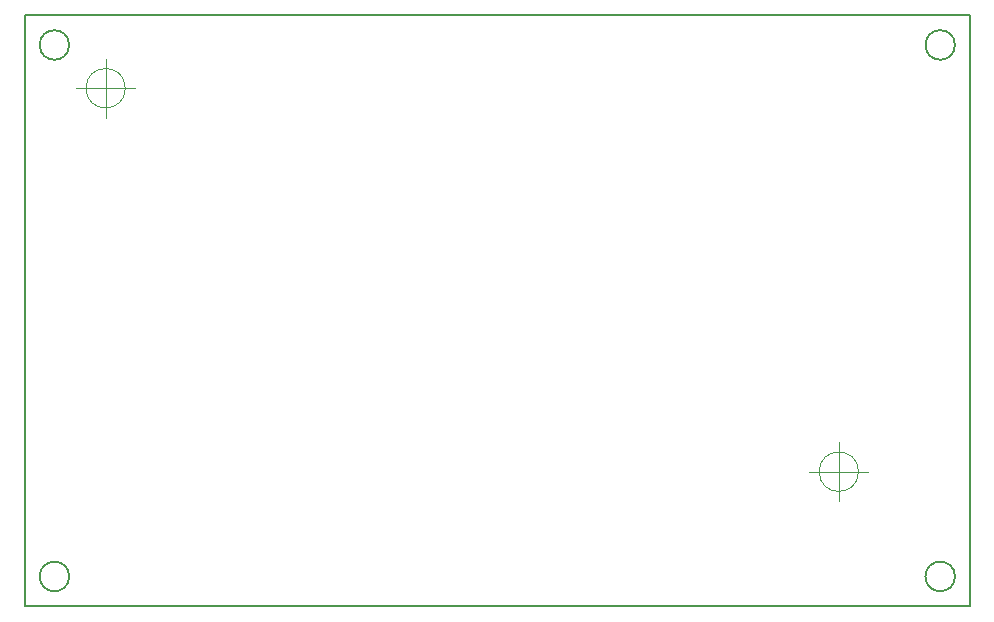
<source format=gbr>
%TF.GenerationSoftware,KiCad,Pcbnew,5.1.4-3.fc31*%
%TF.CreationDate,2019-11-11T15:40:02+01:00*%
%TF.ProjectId,usbasp,75736261-7370-42e6-9b69-6361645f7063,2.0*%
%TF.SameCoordinates,PX36f6758PY6c779b8*%
%TF.FileFunction,Profile,NP*%
%FSLAX46Y46*%
G04 Gerber Fmt 4.6, Leading zero omitted, Abs format (unit mm)*
G04 Created by KiCad (PCBNEW 5.1.4-3.fc31) date 2019-11-11 15:40:02*
%MOMM*%
%LPD*%
G04 APERTURE LIST*
%ADD10C,0.050000*%
%ADD11C,0.200000*%
G04 APERTURE END LIST*
D10*
X70607346Y11313160D02*
G75*
G03X70607346Y11313160I-1666666J0D01*
G01*
X66440680Y11313160D02*
X71440680Y11313160D01*
X68940680Y13813160D02*
X68940680Y8813160D01*
X8529746Y43784520D02*
G75*
G03X8529746Y43784520I-1666666J0D01*
G01*
X4363080Y43784520D02*
X9363080Y43784520D01*
X6863080Y46284520D02*
X6863080Y41284520D01*
D11*
X3775400Y2444120D02*
G75*
G03X3775400Y2444120I-1250000J0D01*
G01*
X78775400Y2444120D02*
G75*
G03X78775400Y2444120I-1250000J0D01*
G01*
X3775400Y47444120D02*
G75*
G03X3775400Y47444120I-1250000J0D01*
G01*
X25400Y49944120D02*
X25400Y-55880D01*
X80025400Y49944120D02*
X25400Y49944120D01*
X78775400Y47444120D02*
G75*
G03X78775400Y47444120I-1250000J0D01*
G01*
X80025400Y-55880D02*
X80025400Y49944120D01*
X25400Y-55880D02*
X80025400Y-55880D01*
M02*

</source>
